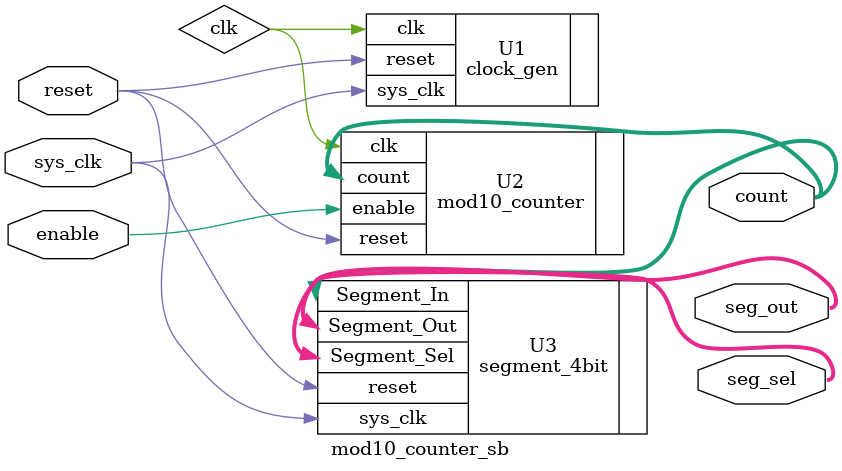
<source format=sv>
module mod10_counter_sb(input logic sys_clk,
    input logic reset, enable,
    output logic [7:0] seg_out,
    output logic [3:0] seg_sel,
    output logic [3:0] count);
//
logic clk;
//
clock_gen U1 (.sys_clk(sys_clk), .reset(reset), .clk(clk));
//
mod10_counter U2 (.clk(clk), .reset(reset), .enable(enable), .count(count));

segment_4bit U3 (.sys_clk(sys_clk), .reset(reset), .Segment_In(count), .Segment_Sel(seg_sel), .Segment_Out(seg_out));

//
endmodule

</source>
